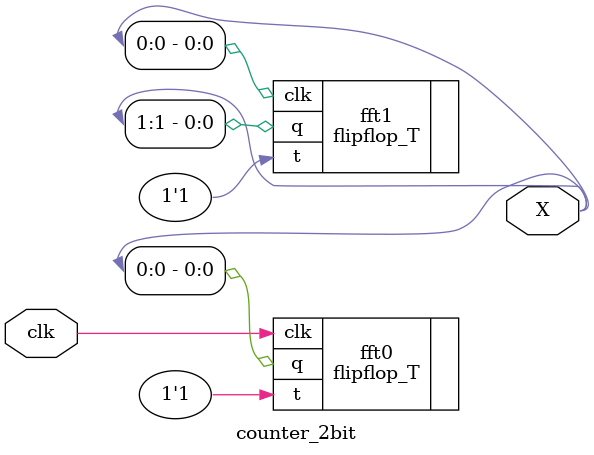
<source format=v>
module counter_2bit(input clk, output [1:0]X);

	flipflop_T fft0(.clk(clk), .t(1'b1), .q(X[0]));
	flipflop_T fft1(.clk(X[0]), .t(1'b1), .q(X[1]));

endmodule 
</source>
